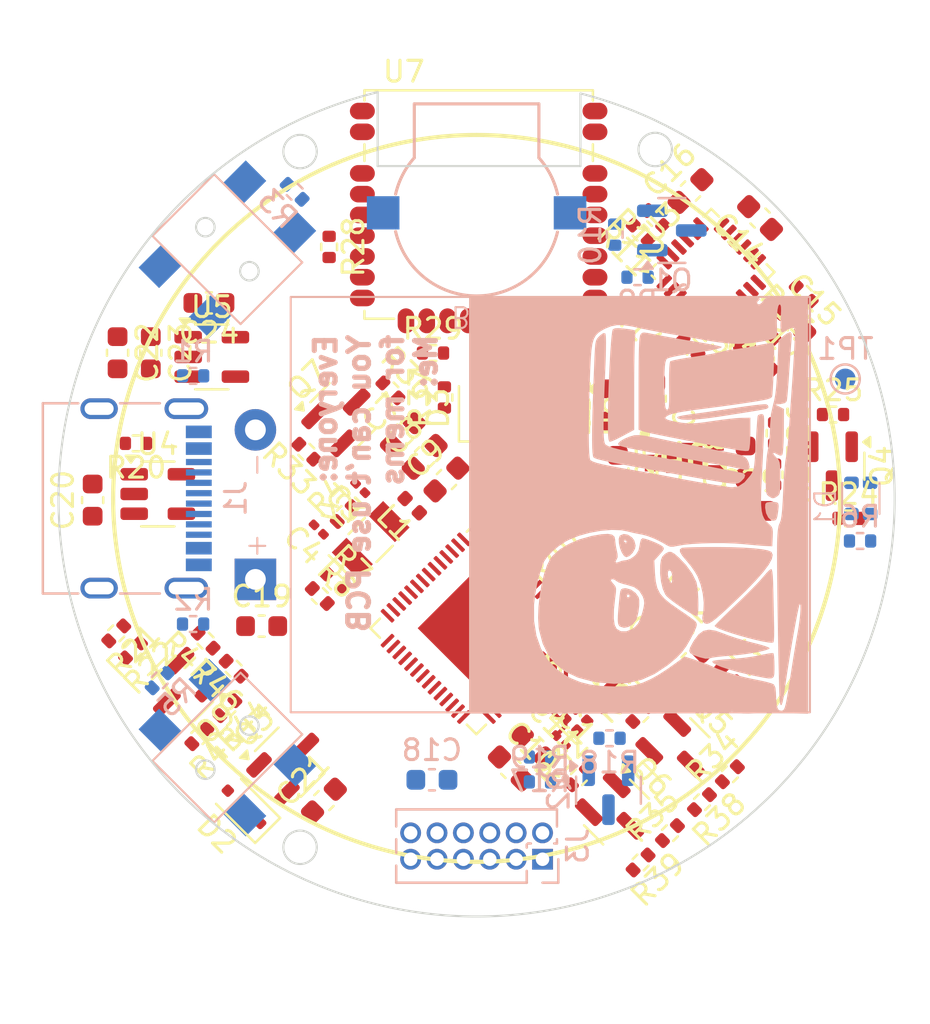
<source format=kicad_pcb>
(kicad_pcb (version 20240108) (generator "pcbnew") (generator_version "8.0")
  (layers (0 "F.Cu" signal) (31 "B.Cu" signal) (34 "B.Paste" user) (35 "F.Paste" user) (36 "B.SilkS" user "B.Silkscreen") (37 "F.SilkS" user "F.Silkscreen") (38 "B.Mask" user) (39 "F.Mask" user) (44 "Edge.Cuts" user))
  (net 0 "")
  (net 1 "GND")
  (net 2 "/Display/TFT_SDI")
  (net 3 "/Display/TFT_SCK")
  (net 4 "/Display/TFT_CS")
  (net 5 "/Display/TFT_LEDK")
  (net 6 "/Display/TFT_D{slash}C")
  (net 7 "/Display/TFT_RST")
  (net 8 "/ESP32/XTAL_P")
  (net 9 "Net-(Q1-G)")
  (net 10 "/Battery&BMS/VBAT")
  (net 11 "VBUS")
  (net 12 "+1V8")
  (net 13 "/RYS8830/RXD")
  (net 14 "/RYS8830/TXD")
  (net 15 "/ESP32/D-")
  (net 16 "+3V3")
  (net 17 "/ESP32/D+")
  (net 18 "+3.3V")
  (net 19 "/ESP32/XTAL_N")
  (net 20 "/ESP32/XTAL_32K_P")
  (net 21 "/ESP32/XTAL_32K_N")
  (net 22 "3V3")
  (net 23 "VDD3P3_RTC")
  (net 24 "Net-(C12-Pad2)")
  (net 25 "Net-(U1-LNA_IN)")
  (net 26 "+VBAT")
  (net 27 "Net-(U7-LDO1_OUT)")
  (net 28 "Net-(U7-LDO2_OUT)")
  (net 29 "Net-(U6-VFB)")
  (net 30 "Net-(U7-LDO_IN)")
  (net 31 "Net-(D1-DIN)")
  (net 33 "Net-(Q2-G)")
  (net 34 "Net-(Q4-S)")
  (net 35 "/Battery&BMS/BAT_SENSE_EN")
  (net 36 "Net-(Q6-D)")
  (net 37 "Net-(J1-CC1)")
  (net 38 "Net-(J1-CC2)")
  (net 39 "/ESP32/IO0")
  (net 40 "/ESP32/IO1")
  (net 41 "/ESP32/USB_D+")
  (net 42 "/ESP32/USB_D-")
  (net 43 "D3")
  (net 44 "Net-(U3-AUX_DA)")
  (net 45 "Net-(U3-AUX_CL)")
  (net 46 "/Display/TFT_LED_PIN")
  (net 47 "/Battery&BMS/CHG_ST")
  (net 48 "Net-(U7-P06{slash}BOOT_REC)")
  (net 49 "Net-(U7-RTC_CLK_IN)")
  (net 50 "/ESP32/U1TXD")
  (net 51 "/ESP32/U1RXD")
  (net 53 "/ESP32/GPS_EN")
  (net 54 "/ESP32/GPS_RST")
  (net 58 "/ESP32/GPS_PSS")
  (net 60 "/ESP32/BUZZER_EN")
  (net 61 "/ESP32/LED1")
  (net 62 "Net-(U3-AD0)")
  (net 65 "/Display/TFT_LEDA")
  (net 66 "Net-(BZ1--)")
  (net 68 "/ESP32/BAT_VSENSE")
  (net 69 "Net-(U3-REGOUT)")
  (net 74 "Net-(U3-FSYNC)")
  (net 77 "Net-(U3-CLKIN)")
  (net 79 "/ACCELEROMETER/MPU_SDA")
  (net 81 "Net-(U3-CPOUT)")
  (net 86 "/ACCELEROMETER/MPU_INT")
  (net 89 "/RYS8830/GNSS_+1.8V")
  (net 90 "/ACCELEROMETER/MPU_SCL")
  (net 96 "/RYS8830/PPS")
  (net 100 "Net-(U1-CHIP_PU)")
  (net 103 "Net-(U6-SW)")
  (net 113 "Net-(AE1-FEED)")
  (net 114 "Net-(U4-STAT)")
  (net 115 "Net-(U4-PROG)")
  (net 116 "Net-(Q7-S)")
  (net 117 "Net-(Q9-G)")
  (net 118 "Net-(Q9-D)")
  (net 119 "Net-(Q5-D)")
  (footprint "Package_DFN_QFN:QFN-56-1EP_7x7mm_P0.4mm_EP4x4mm" (layer "F.Cu") (at 149.990452 111.25 -135)
    (property "Reference" "U1")
    (property "Value" "ESP32-S3")
  )
  (footprint "Capacitor_SMD:C_0603_1608Metric" (layer "F.Cu") (at 163.65 91.5 135)
    (property "Reference" "C14")
    (property "Value" "10nF")
  )
  (footprint "Sensor_Motion:InvenSense_QFN-24_4x4mm_P0.5mm" (layer "F.Cu") (at 161.3 94.1 45)
    (property "Reference" "U3")
    (property "Value" "MPU-6050")
  )
  (footprint "Resistor_SMD:R_0402_1005Metric" (layer "F.Cu") (at 160.3 97.7 -45)
    (property "Reference" "R15")
    (property "Value" "4.7K")
  )
  (footprint "Resistor_SMD:R_0402_1005Metric" (layer "F.Cu") (at 163.95 96.95 135)
    (property "Reference" "R42")
    (property "Value" "0")
  )
  (footprint "Capacitor_SMD:C_0603_1608Metric" (layer "F.Cu") (at 159.25 110.75 -45)
    (property "Reference" "C12")
    (property "Value" "C_Small")
  )
  (footprint "Resistor_SMD:R_0402_1005Metric" (layer "F.Cu") (at 142.45 109.7 -45)
    (property "Reference" "R8")
    (property "Value" "10")
  )
  (footprint "Diode_SMD:D_SOD-323F" (layer "F.Cu") (at 150 100.65 90)
    (property "Reference" "D3")
    (property "Value" "ZLLS410TA")
  )
  (footprint "Capacitor_SMD:C_0201_0603Metric" (layer "F.Cu") (at 142.4 106.5 135)
    (property "Reference" "C4")
    (property "Value" "C_Small")
  )
  (footprint "Capacitor_SMD:C_0603_1608Metric" (layer "F.Cu") (at 137.1125 95.587501 180)
    (property "Reference" "C24")
    (property "Value" "0.1uF")
  )
  (footprint "Capacitor_SMD:C_0603_1608Metric" (layer "F.Cu") (at 147.5 103 45)
    (property "Reference" "C8")
    (property "Value" "1uF")
  )
  (footprint "Resistor_SMD:R_0402_1005Metric" (layer "F.Cu") (at 158.6 91.5 135)
    (property "Reference" "R12")
    (property "Value" "4.7K")
  )
  (footprint "Package_TO_SOT_SMD:SOT-23" (layer "F.Cu") (at 156.73821 120.099227 -45)
    (property "Reference" "Q6")
    (property "Value" "BSS138")
  )
  (footprint "Resistor_SMD:R_0402_1005Metric" (layer "F.Cu") (at 151.6 98.4 90)
    (property "Reference" "R30")
    (property "Value" "0")
  )
  (footprint "Package_TO_SOT_SMD:SOT-23" (layer "F.Cu") (at 143.561871 101.011871 45)
    (property "Reference" "Q7")
    (property "Value" "BSS138")
  )
  (footprint "Package_TO_SOT_SMD:SOT-23-5" (layer "F.Cu") (at 137.25 98.187502)
    (property "Reference" "U5")
    (property "Value" "ME6217C33M5G")
  )
  (footprint "Resistor_SMD:R_0402_1005Metric" (layer "F.Cu") (at 141.801247 102.751247 135)
    (property "Reference" "R33")
    (property "Value" "10K")
  )
  (footprint "Resistor_SMD:R_0402_1005Metric" (layer "F.Cu") (at 151.6 100.3 90)
    (property "Reference" "R41")
    (property "Value" "0")
  )
  (footprint "Capacitor_SMD:C_0603_1608Metric" (layer "F.Cu") (at 160.333363 112.914734 45)
    (property "Reference" "C13")
    (property "Value" "C_Small")
  )
  (footprint "Inductor_SMD:L_0402_1005Metric" (layer "F.Cu") (at 146.9 105.35 135)
    (property "Reference" "L1")
    (property "Value" "L_Small")
  )
  (footprint "Crystal:Crystal_SMD_1210-4Pin_1.2x1.0mm" (layer "F.Cu") (at 154.8 115.65 45)
    (property "Reference" "Y1")
    (property "Value" "40MHz")
  )
  (footprint "Resistor_SMD:R_0402_1005Metric" (layer "F.Cu") (at 158.6 96 135)
    (property "Reference" "R14")
    (property "Value" "0")
  )
  (footprint "Capacitor_SMD:C_0603_1608Metric" (layer "F.Cu") (at 153.6 98.2)
    (property "Reference" "C31")
    (property "Value" "4.7uF")
  )
  (footprint "Capacitor_SMD:C_0603_1608Metric" (layer "F.Cu") (at 151.65 118 -45)
    (property "Reference" "C10")
    (property "Value" "0.1uF")
  )
  (footprint "Capacitor_SMD:C_0201_0603Metric" (layer "F.Cu") (at 144.4 104.5 135)
    (property "Reference" "C3")
    (property "Value" "C_Small")
  )
  (footprint "Capacitor_SMD:C_0603_1608Metric" (layer "F.Cu") (at 158.6 100.2 -90)
    (property "Reference" "C26")
    (property "Value" "4.7uF")
  )
  (footprint "Resistor_SMD:R_0402_1005Metric" (layer "F.Cu") (at 143.15 109 -45)
    (property "Reference" "R7")
    (property "Value" "10")
  )
  (footprint "Inductor_SMD:L_0402_1005Metric" (layer "F.Cu") (at 162.15 113.5 -45)
    (property "Reference" "L2")
    (property "Value" "L")
  )
  (footprint "Capacitor_SMD:C_0603_1608Metric" (layer "F.Cu") (at 162.95 103.25 90)
    (property "Reference" "C28")
    (property "Value" "220pF")
  )
  (footprint "Capacitor_SMD:C_0603_1608Metric" (layer "F.Cu") (at 156.1 113.6 -45)
    (property "Reference" "C6")
    (property "Value" "10nF")
  )
  (footprint "Resistor_SMD:R_0402_1005Metric" (layer "F.Cu") (at 147.9 98)
    (property "Reference" "R29")
    (property "Value" "0")
  )
  (footprint "Capacitor_SMD:C_0603_1608Metric" (layer "F.Cu") (at 154 104.05)
    (property "Reference" "C27")
    (property "Value" "4.7uF")
  )
  (footprint "Resistor_SMD:R_0402_1005Metric" (layer "F.Cu") (at 132.65 111.5 -135)
    (property "Reference" "R21")
    (property "Value" "220")
  )
  (footprint "Resistor_SMD:R_0402_1005Metric" (layer "F.Cu") (at 157.9 92.2 135)
    (property "Reference" "R11")
    (property "Value" "4.7K")
  )
  (footprint "Package_TO_SOT_SMD:SOT-23" (layer "F.Cu") (at 159.65 117.15 -45)
    (property "Reference" "Q5")
    (property "Value" "BSS138")
  )
  (footprint "Resistor_SMD:R_0402_1005Metric" (layer "F.Cu") (at 154.926249 118.428687 45)
    (property "Reference" "R32")
    (property "Value" "10K")
  )
  (footprint "Package_TO_SOT_SMD:SOT-23" (layer "F.Cu") (at 135.75 114.15 -135)
    (property "Reference" "Q9")
    (property "Value" "DMG6968U")
  )
  (footprint "Capacitor_SMD:C_0603_1608Metric" (layer "F.Cu") (at 156.8 103.7 -90)
    (property "Reference" "C25")
    (property "Value" "4.7uF")
  )
  (footprint "Package_TO_SOT_SMD:SOT-23-3" (layer "F.Cu") (at 153.849999 101.0375 -90)
    (property "Reference" "U8")
    (property "Value" "S-1206B18-M3T1G")
  )
  (footprint "Project:RYS8830" (layer "F.Cu") (at 150 92.35)
    (property "Reference" "U7")
    (property "Value" "RYS8830")
  )
  (footprint "Resistor_SMD:R_0402_1005Metric" (layer "F.Cu") (at 160.852083 119.624875 -135)
    (property "Reference" "R38")
    (property "Value" "0")
  )
  (footprint "Resistor_SMD:R_0402_1005Metric" (layer "F.Cu") (at 138.3 113.2 135)
    (property "Reference" "R46")
    (property "Value" "100")
  )
  (footprint "Package_TO_SOT_SMD:SOT-23-5" (layer "F.Cu") (at 134.65 104.7875)
    (property "Reference" "U4")
    (property "Value" "MCP73832-2-OT")
  )
  (footprint "Resistor_SMD:R_0402_1005Metric" (layer "F.Cu") (at 143.65 105.75 45)
    (property "Reference" "R4")
    (property "Value" "5M")
  )
  (footprint "Capacitor_SMD:C_0603_1608Metric" (layer "F.Cu") (at 134.3125 97.987502 -90)
    (property "Reference" "C23")
    (property "Value" "0.1uF")
  )
  (footprint "Resistor_SMD:R_0402_1005Metric" (layer "F.Cu") (at 162.15 98.75 -45)
    (property "Reference" "R16")
    (property "Value" "4.7K")
  )
  (footprint "Resistor_SMD:R_0402_1005Metric" (layer "F.Cu") (at 153.75 114.65 45)
    (property "Reference" "R23")
    (property "Value" "5M")
  )
  (footprint "Capacitor_SMD:C_0201_0603Metric" (layer "F.Cu") (at 154.05 116.65 -45)
    (property "Reference" "C1")
    (property "Value" "14pF")
  )
  (footprint "Resistor_SMD:R_0402_1005Metric" (layer "F.Cu") (at 136.95 111.85 135)
    (property "Reference" "R47")
    (property "Value" "10K")
  )
  (footprint "Resistor_SMD:R_0402_1005Metric" (layer "F.Cu") (at 159.310311 121.115695 45)
    (property "Reference" "R35")
    (property "Value" "K10K")
  )
  (footprint "Inductor_SMD:L_0402_1005Metric" (layer "F.Cu") (at 159.115 104.9)
    (property "Reference" "L3")
    (property "Value" "L")
  )
  (footprint "Resistor_SMD:R_0402_1005Metric" (layer "F.Cu") (at 162.195584 118.281371 45)
    (property "Reference" "R34")
    (property "Value" "K10K")
  )
  (footprint "Capacitor_SMD:C_0603_1608Metric" (layer "F.Cu") (at 132.7125 97.987499 -90)
    (property "Reference" "C22")
    (property "Value" "10uF")
  )
  (footprint "Resistor_SMD:R_0402_1005Metric" (layer "F.Cu") (at 167.1625 100.962499)
    (property "Reference" "R25")
    (property "Value" "10K")
  )
  (footprint "Capacitor_SMD:C_0603_1608Metric" (layer "F.Cu") (at 163.15 105.6)
    (property "Reference" "C29")
    (property "Value" "4.7uF")
  )
  (footprint "Capacitor_SMD:C_0603_1608Metric" (layer "F.Cu") (at 165.25 96.45 -45)
    (property "Reference" "C15")
    (property "Value" "0.1uF")
  )
  (footprint "Diode_SMD:D_SOD-323F" (layer "F.Cu") (at 138.8 119.85 135)
    (property "Reference" "D2")
    (property "Value" "ZLLS410TA")
  )
  (footprint "Resistor_SMD:R_0402_1005Metric" (layer "F.Cu") (at 167.9125 105.9625)
    (property "Reference" "R24")
    (property "Value" "K10K")
  )
  (footprint "Capacitor_SMD:C_0603_1608Metric" (layer "F.Cu") (at 152.75 116.95 -45)
    (property "Reference" "C11")
    (property "Value" "0.1uF")
  )
  (footprint "Capacitor_SMD:C_0603_1608Metric" (layer "F.Cu") (at 139.65 111.15)
    (property "Reference" "C19")
    (property "Value" "1uF")
  )
  (footprint "Capacitor_SMD:C_0603_1608Metric" (layer "F.Cu") (at 156.4 100.5 90)
    (property "Reference" "C30")
    (property "Value" "4.7uF")
  )
  (footprint "Resistor_SMD:R_0402_1005Metric" (layer "F.Cu") (at 133.456102 112.320244 -135)
    (property "Reference" "R22")
    (property "Value" "220")
  )
  (footprint "Resistor_SMD:R_0402_1005Metric" (layer "F.Cu") (at 142.9 92.890001 -90)
    (property "Reference" "R28")
    (property "Value" "0")
  )
  (footprint "Capacitor_SMD:C_0603_1608Metric" (layer "F.Cu") (at 148.55 104.090452 45)
    (property "Reference" "C9")
    (property "Value" "0.1uF")
  )
  (footprint "Package_TO_SOT_SMD:SOT-23" (layer "F.Cu") (at 167.1125 103.45 -90)
    (property "Reference" "Q4")
    (property "Value" "BSS138")
  )
  (footprint "Capacitor_SMD:C_0603_1608Metric" (layer "F.Cu") (at 163.45 98.25 -45)
    (property "Reference" "C17")
    (property "Value" "0.1uF")
  )
  (footprint "Resistor_SMD:R_0402_1005Metric" (layer "F.Cu") (at 165.75 95.15 135)
    (property "Reference" "R13")
    (property "Value" "0")
  )
  (footprint "Capacitor_SMD:C_0603_1608Metric" (layer "F.Cu") (at 131.5125 105.082333 90)
    (property "Reference" "C20")
    (property "Value" "4.7uF")
  )
  (footprint "Resistor_SMD:R_0402_1005Metric" (layer "F.Cu") (at 157.896098 122.529907 -135)
    (property "Reference" "R39")
    (property "Value" "0")
  )
  (footprint "Resistor_SMD:R_0402_1005Metric" (layer "F.Cu") (at 148.45 100.140001 90)
    (property "Reference" "R37")
    (property "Value" "10K")
  )
  (footprint "Project:SON50P300X200X80-7N-D" (layer "F.Cu") (at 160 103.05)
    (property "Reference" "U6")
    (property "Value" "LTC3549EDCB#TRMPBF" (hide yes))
  )
  (footprint "Capacitor_SMD:C_0603_1608Metric" (layer "F.Cu") (at 157.15 112.5 -45)
    (property "Reference" "C5")
    (property "Value" "1uF")
  )
  (footprint "Resistor_SMD:R_0402_1005Metric" (layer "F.Cu") (at 154.55 108.6 45)
    (property "Reference" "R40")
    (property "Value" "1K")
  )
  (footprint "Resistor_SMD:R_0402_1005Metric" (layer "F.Cu") (at 136.65 116.45 -135)
    (property "Reference" "R45")
    (property "Value" "10K")
  )
  (footprint "Resistor_SMD:R_0402_1005Metric" (layer "F.Cu") (at 145.85 99.8 -45)
    (property "Reference" "R36")
    (property "Value" "K10K")
  )
  (footprint "Resistor_SMD:R_0402_1005Metric" (layer "F.Cu") (at 157.882233 115.382233 45)
    (property "Reference" "R31")
    (property "Value" "10K")
  )
  (footprint "Resistor_SMD:R_0402_1005Metric" (layer "F.Cu") (at 164.35 103.859999 -90)
    (property "Reference" "R27")
    (property "Value" "51K")
  )
  (footprint "Package_TO_SOT_SMD:SOT-23-3" (layer "F.Cu") (at 141 117.7 45)
    (property "Reference" "Q3")
    (property "Value" "DMP1045U-7")
  )
  (footprint "Resistor_SMD:R_0402_1005Metric" (layer "F.Cu") (at 164.35 101.86 -90)
    (property "Reference" "R26")
    (property "Value" "100K")
  )
  (footprint "Resistor_SMD:R_0402_1005Metric" (layer "F.Cu") (at 138 115.1 -135)
    (property "Reference" "R44")
    (property "Value" "10K")
  )
  (footprint "Capacitor_SMD:C_0603_1608Metric" (layer "F.Cu") (at 160.3 90.2 45)
    (property "Reference" "C16")
    (property "Value" "2.2nF")
  )
  (footprint "Resistor_SMD:R_0402_1005Metric" (layer "F.Cu") (at 133.6 102.35 180)
    (property "Reference" "R20")
    (property "Value" "22K")
  )
  (footprint "Capacitor_SMD:C_0603_1608Metric" (layer "F.Cu") (at 146.45 101.9 45)
    (property "Reference" "C7")
    (property "Value" "10uF")
  )
  (footprint "Crystal:Crystal_SMD_EuroQuartz_EQ161-2Pin_3.2x1.5mm" (layer "F.Cu") (at 144.9 107 45)
    (property "Reference" "Y2")
    (property "Value" "32.768KHz")
  )
  (footprint "Capacitor_SMD:C_0201_0603Metric" (layer "F.Cu") (at 155.8 114.9 -45)
    (property "Reference" "C2")
    (property "Value" "14pF")
  )
  (footprint "Capacitor_SMD:C_0603_1608Metric" (layer "F.Cu") (at 142.65 119.55 45)
    (property "Reference" "C21")
    (property "Value" "4.7uF")
  )
  (footprint "Resistor_SMD:R_0402_1005Metric" (layer "B.Cu") (at 157.75 94.35)
    (property "Reference" "R9")
    (property "Value" "100")
  )
  (footprint "Package_TO_SOT_SMD:SOT-23" (layer "B.Cu") (at 156.35 119.05 -90)
    (property "Reference" "Q2")
    (property "Value" "DMG6968U")
  )
  (footprint "Resistor_SMD:R_0402_1005Metric" (layer "B.Cu") (at 153.05 117.45)
    (property "Reference" "R17")
    (property "Value" "10K")
  )
  (footprint "Resistor_SMD:R_0402_1005Metric" (layer "B.Cu") (at 136.35 111.05 180)
    (property "Reference" "R2")
    (property "Value" "5K1")
  )
  (footprint "Resistor_SMD:R_0402_1005Metric" (layer "B.Cu") (at 141.239376 90.239376 -45)
    (property "Reference" "R3")
    (property "Value" "10K")
  )
  (footprint "Resistor_SMD:R_0402_1005Metric" (layer "B.Cu") (at 168.464645 107.05 180)
    (property "Reference" "R6")
    (property "Value" "1K")
  )
  (footprint "Project:CL9032A-CLDZ-SMD Passive Buzzer" (layer "B.Cu") (at 150 91.25)
    (property "Reference" "BZ1")
    (property "Value" "Buzzer")
  )
  (footprint "Connector_USB:USB_C_Receptacle_G-Switch_GT-USB-7010ASV" (layer "B.Cu") (at 132.9 105 90)
    (property "Reference" "J1")
    (property "Value" "USB_C_Receptacle_USB2.0")
  )
  (footprint "TestPoint:TestPoint_Pad_D1.0mm" (layer "B.Cu") (at 167.75 99.25 180)
    (property "Reference" "TP1")
    (property "Value" "TestPoint")
  )
  (footprint "Resistor_SMD:R_0402_1005Metric" (layer "B.Cu") (at 153.05 118.65 180)
    (property "Reference" "R19")
    (property "Value" "22")
  )
  (footprint "Project:XL-0807RGBC-WS2812B" (layer "B.Cu") (at 168.5 105 -90)
    (property "Reference" "D1")
    (property "Value" "WS2812B")
  )
  (footprint "Capacitor_SMD:C_0603_1608Metric" (layer "B.Cu") (at 147.85 118.55 180)
    (property "Reference" "C18")
    (property "Value" "0.1u")
  )
  (footprint "Package_TO_SOT_SMD:SOT-23" (layer "B.Cu") (at 159.4 92.1)
    (property "Reference" "Q1")
    (property "Value" "DMG6968U")
  )
  (footprint "Resistor_SMD:R_0402_1005Metric" (layer "B.Cu") (at 136.35 99.1 180)
    (property "Reference" "R1")
    (property "Value" "5K1")
  )
  (footprint "Project:meme_2" (layer "B.Cu") (at 157.8 105.3 -90)
    (property "Reference" "meme_2" (hide yes))
    (property "Value" "LOGO" (hide yes))
  )
  (footprint "Project:Tact Switch-TK-074-4 Pin SMD" (layer "B.Cu") (at 138 93 -45)
    (property "Reference" "SW1" (hide yes))
    (property "Value" "TK-074-4")
    (fp_circle (center -1.5 0) (end -1.052786 0) (stroke (width 0.1)) (fill none) (layer "Edge.Cuts"))
    (fp_circle (center 1.5 0) (end 1.947214 0) (stroke (width 0.1)) (fill none) (layer "Edge.Cuts"))
  )
  (footprint "Resistor_SMD:R_0402_1005Metric" (layer "B.Cu") (at 156.65 92.3 -90)
    (property "Reference" "R10")
    (property "Value" "47K")
  )
  (footprint "Resistor_SMD:R_0402_1005Metric" (layer "B.Cu") (at 134.739376 113.760624 45)
    (property "Reference" "R5")
    (property "Value" "10K")
  )
  (footprint "Connector_PinHeader_1.27mm:PinHeader_2x06_P1.27mm_Vertical" (layer "B.Cu") (at 153.175 122.375 90)
    (property "Reference" "J3")
    (property "Value" "Conn_02x06_Odd_Even")
  )
  (footprint "Project:Tact Switch-TK-074-4 Pin SMD" (layer "B.Cu") (at 138 117 45)
    (property "Reference" "SW2" (hide yes))
    (property "Value" "TK-074-4")
    (fp_circle (center -1.5 0) (end -1.052786 0) (stroke (width 0.1)) (fill none) (layer "Edge.Cuts"))
    (fp_circle (center 1.5 0) (end 1.947214 0) (stroke (width 0.1)) (fill none) (layer "Edge.Cuts"))
  )
  (footprint "Resistor_SMD:R_0402_1005Metric" (layer "B.Cu") (at 156.4 116.55)
    (property "Reference" "R18")
    (property "Value" "1M")
  )
  (footprint "Project:WLY902025" (layer "B.Cu") (at 141.15 105.1 -90)
    (property "Reference" "BT1")
    (property "Value" "Battery_Cell")
  )
  (gr_circle (center 150 105) (end 167.5 105) (stroke (width 0.2)) (fill none) (layer "F.SilkS"))
  (gr_line (start 145.23565 89) (end 155 89) (stroke (width 0.1)) (layer "Edge.Cuts"))
  (gr_line (start 155 89) (end 155 85.5) (stroke (width 0.1)) (layer "Edge.Cuts"))
  (gr_circle (center 158.6 88.2) (end 159.4 88.3) (stroke (width 0.1)) (fill none) (layer "Edge.Cuts"))
  (gr_line (start 145.23565 85.44109) (end 145.23565 89) (stroke (width 0.1)) (layer "Edge.Cuts"))
  (gr_circle (center 141.5 88.3) (end 142.3 88.4) (stroke (width 0.1)) (fill none) (layer "Edge.Cuts"))
  (gr_arc (start 155 85.5) (mid 149.878549 125.130456) (end 145.23565 85.44109) (stroke (width 0.1)) (layer "Edge.Cuts"))
  (gr_circle (center 141.5 121.8) (end 142.3 121.9) (stroke (width 0.1)) (fill none) (layer "Edge.Cuts"))
  (gr_text "Everyone: \nYou can't use PCB \nfor mems\nMe:" (at 148.15 97 90) (layer "B.SilkS") (effects (font (size 1 1) (thickness 0.25) (bold yes)) (justify left bottom mirror)))
  (segment (start 154.301543 114.098457) (end 154.110624 114.289376) (width 0.2) (layer "F.Cu") (net 8))
  (segment (start 155.124247 115.123205) (end 155.573726 114.673726) (width 0.2) (layer "F.Cu") (net 8))
  (segment (start 154.746967 114.925719) (end 154.110624 114.289376) (width 0.2) (layer "F.Cu") (net 8))
  (segment (start 154.746967 115.123205) (end 155.124247 115.123205) (width 0.2) (layer "F.Cu") (net 8))
  (segment (start 154.746967 115.123205) (end 154.746967 114.925719) (width 0.2) (layer "F.Cu") (net 8))
  (segment (start 153.702763 112.416726) (end 154.301543 113.015506) (width 0.2) (layer "F.Cu") (net 8))
  (segment (start 154.301543 113.015506) (end 154.301543 114.098457) (width 0.2) (layer "F.Cu") (net 8))
  (segment (start 154.273205 115.596967) (end 154.273205 115.974247) (width 0.2) (layer "F.Cu") (net 19))
  (segment (start 154.273205 115.974247) (end 153.823726 116.423726) (width 0.2) (layer "F.Cu") (net 19))
  (segment (start 153.770899 113.752287) (end 153.389376 114.13381) (width 0.2) (layer "F.Cu") (net 19))
  (segment (start 153.975719 115.596967) (end 153.389376 115.010624) (width 0.2) (layer "F.Cu") (net 19))
  (segment (start 153.389376 114.13381) (end 153.389376 115.010624) (width 0.2) (layer "F.Cu") (net 19))
  (segment (start 153.41992 112.699569) (end 153.770899 113.050548) (width 0.2) (layer "F.Cu") (net 19))
  (segment (start 154.273205 115.596967) (end 153.975719 115.596967) (width 0.2) (layer "F.Cu") (net 19))
  (segment (start 153.770899 113.050548) (end 153.770899 113.752287) (width 0.2) (layer "F.Cu") (net 19))
)
</source>
